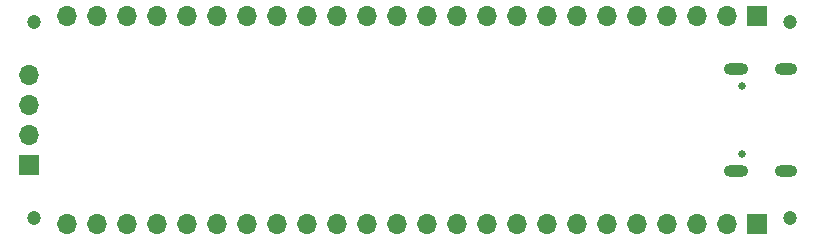
<source format=gbs>
%TF.GenerationSoftware,KiCad,Pcbnew,(6.0.11)*%
%TF.CreationDate,2023-01-31T11:35:00+08:00*%
%TF.ProjectId,UINIO-MCU-GD32F103C,55494e49-4f2d-44d4-9355-2d4744333246,Version 1.0.0*%
%TF.SameCoordinates,PX9357ba0PY5667240*%
%TF.FileFunction,Soldermask,Bot*%
%TF.FilePolarity,Negative*%
%FSLAX46Y46*%
G04 Gerber Fmt 4.6, Leading zero omitted, Abs format (unit mm)*
G04 Created by KiCad (PCBNEW (6.0.11)) date 2023-01-31 11:35:00*
%MOMM*%
%LPD*%
G01*
G04 APERTURE LIST*
%ADD10R,1.700000X1.700000*%
%ADD11O,1.700000X1.700000*%
%ADD12C,1.200000*%
%ADD13C,0.650000*%
%ADD14O,2.100000X1.000000*%
%ADD15O,1.900000X1.000000*%
G04 APERTURE END LIST*
D10*
%TO.C,J3*%
X-33670000Y-13920000D03*
D11*
X-33670000Y-11380000D03*
X-33670000Y-8840000D03*
X-33670000Y-6300000D03*
%TD*%
D12*
%TO.C,HOLE\u002A\u002A*%
X30700000Y-18460000D03*
%TD*%
%TO.C,HOLE\u002A\u002A*%
X-33260000Y-18460000D03*
%TD*%
%TO.C,HOLE\u002A\u002A*%
X-33260000Y-1800000D03*
%TD*%
D13*
%TO.C,USB1*%
X26641000Y-7240000D03*
X26641000Y-13020000D03*
D14*
X26141000Y-14455000D03*
X26141000Y-5805000D03*
D15*
X30341000Y-14455000D03*
X30341000Y-5805000D03*
%TD*%
D12*
%TO.C,HOLE\u002A\u002A*%
X30700000Y-1800000D03*
%TD*%
D10*
%TO.C,J1*%
X27930000Y-18960000D03*
D11*
X25390000Y-18960000D03*
X22850000Y-18960000D03*
X20310000Y-18960000D03*
X17770000Y-18960000D03*
X15230000Y-18960000D03*
X12690000Y-18960000D03*
X10150000Y-18960000D03*
X7610000Y-18960000D03*
X5070000Y-18960000D03*
X2530000Y-18960000D03*
X-10000Y-18960000D03*
X-2550000Y-18960000D03*
X-5090000Y-18960000D03*
X-7630000Y-18960000D03*
X-10170000Y-18960000D03*
X-12710000Y-18960000D03*
X-15250000Y-18960000D03*
X-17790000Y-18960000D03*
X-20330000Y-18960000D03*
X-22870000Y-18960000D03*
X-25410000Y-18960000D03*
X-27950000Y-18960000D03*
X-30490000Y-18960000D03*
%TD*%
D10*
%TO.C,J2*%
X27930000Y-1310000D03*
D11*
X25390000Y-1310000D03*
X22850000Y-1310000D03*
X20310000Y-1310000D03*
X17770000Y-1310000D03*
X15230000Y-1310000D03*
X12690000Y-1310000D03*
X10150000Y-1310000D03*
X7610000Y-1310000D03*
X5070000Y-1310000D03*
X2530000Y-1310000D03*
X-10000Y-1310000D03*
X-2550000Y-1310000D03*
X-5090000Y-1310000D03*
X-7630000Y-1310000D03*
X-10170000Y-1310000D03*
X-12710000Y-1310000D03*
X-15250000Y-1310000D03*
X-17790000Y-1310000D03*
X-20330000Y-1310000D03*
X-22870000Y-1310000D03*
X-25410000Y-1310000D03*
X-27950000Y-1310000D03*
X-30490000Y-1310000D03*
%TD*%
M02*

</source>
